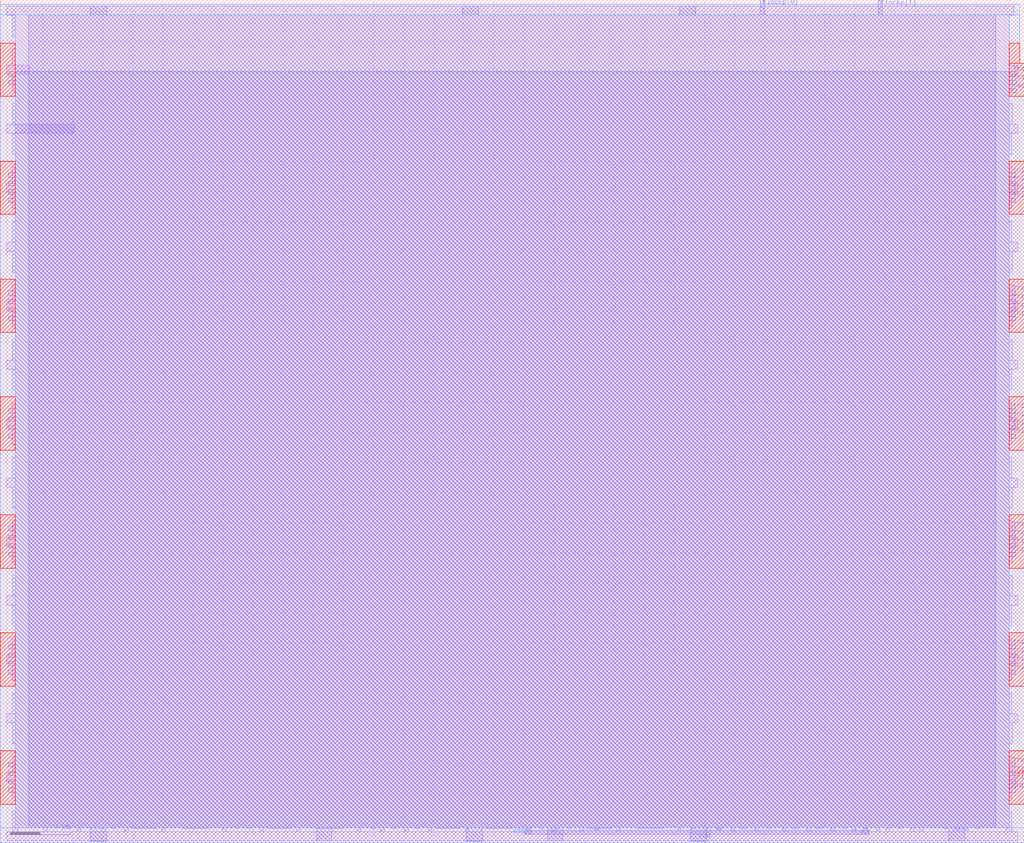
<source format=lef>
VERSION 5.7 ;
  NOWIREEXTENSIONATPIN ON ;
  DIVIDERCHAR "/" ;
  BUSBITCHARS "[]" ;
MACRO ring_osc2x13
  CLASS BLOCK ;
  FOREIGN ring_osc2x13 ;
  ORIGIN 6.810 -16.710 ;
  SIZE 68.060 BY 56.035 ;
  PIN vdd
    ANTENNADIFFAREA 382.877380 ;
    PORT
      LAYER Nwell ;
        RECT -6.810 71.745 60.970 72.450 ;
        RECT -6.810 69.870 -5.810 71.745 ;
        RECT 60.250 69.870 60.970 71.745 ;
        RECT -6.810 62.030 -5.810 66.330 ;
        RECT 60.250 62.030 61.250 66.330 ;
        RECT -6.810 54.190 -5.810 58.490 ;
        RECT 60.250 54.190 61.250 58.490 ;
        RECT -6.810 46.350 -5.810 50.650 ;
        RECT 60.250 46.350 61.250 50.650 ;
        RECT -6.810 38.510 -5.810 42.810 ;
        RECT 60.250 38.510 61.250 42.810 ;
        RECT -6.810 30.670 -5.810 34.970 ;
        RECT 60.250 30.670 61.250 34.970 ;
        RECT -6.810 22.830 -5.810 27.130 ;
        RECT 60.250 22.830 61.250 27.130 ;
        RECT -6.810 17.710 -5.810 19.290 ;
        RECT 60.250 17.710 61.250 19.290 ;
        RECT -6.810 16.710 61.250 17.710 ;
      LAYER Metal1 ;
        RECT -6.380 71.745 60.540 72.320 ;
        RECT -6.380 71.720 -5.810 71.745 ;
        RECT 60.250 71.720 60.540 71.745 ;
        RECT -6.005 70.335 -5.810 71.720 ;
        RECT -5.975 64.480 -5.810 65.865 ;
        RECT 60.250 64.480 60.445 65.865 ;
        RECT -6.380 63.880 -1.900 64.480 ;
        RECT 60.250 63.880 60.820 64.480 ;
        RECT -6.005 62.495 -5.810 63.880 ;
        RECT 60.250 62.495 60.415 63.880 ;
        RECT -6.005 56.640 -5.810 58.025 ;
        RECT -6.380 56.040 -5.810 56.640 ;
        RECT -5.975 54.655 -5.810 56.040 ;
        RECT 60.250 56.640 60.415 58.025 ;
        RECT 60.250 56.040 60.820 56.640 ;
        RECT 60.250 54.655 60.445 56.040 ;
        RECT -5.975 48.800 -5.810 50.185 ;
        RECT -6.380 48.200 -5.810 48.800 ;
        RECT -6.005 46.815 -5.810 48.200 ;
        RECT 60.250 48.800 60.445 50.185 ;
        RECT 60.250 48.200 60.820 48.800 ;
        RECT 60.250 46.815 60.415 48.200 ;
        RECT -6.005 40.960 -5.810 42.345 ;
        RECT -6.380 40.360 -5.810 40.960 ;
        RECT -5.975 38.975 -5.810 40.360 ;
        RECT 60.250 40.960 60.415 42.345 ;
        RECT 60.250 40.360 60.820 40.960 ;
        RECT 60.250 38.975 60.445 40.360 ;
        RECT -5.975 33.120 -5.810 34.505 ;
        RECT -6.380 32.520 -5.810 33.120 ;
        RECT -6.005 31.135 -5.810 32.520 ;
        RECT 60.250 33.120 60.445 34.505 ;
        RECT 60.250 32.520 60.820 33.120 ;
        RECT 60.250 31.135 60.415 32.520 ;
        RECT -6.005 25.280 -5.810 26.665 ;
        RECT -6.380 24.680 -5.810 25.280 ;
        RECT -5.975 23.295 -5.810 24.680 ;
        RECT 60.250 25.280 60.415 26.665 ;
        RECT 60.250 24.680 60.820 25.280 ;
        RECT 60.250 23.295 60.445 24.680 ;
        RECT -6.005 17.710 -5.810 18.825 ;
        RECT 60.250 17.710 60.415 18.825 ;
        RECT -6.005 17.440 -5.665 17.710 ;
        RECT -3.935 17.440 -3.705 17.710 ;
        RECT -1.695 17.440 -1.465 17.710 ;
        RECT 1.475 17.440 1.705 17.710 ;
        RECT 3.925 17.440 4.155 17.710 ;
        RECT 7.965 17.440 8.195 17.710 ;
        RECT 10.435 17.440 10.665 17.710 ;
        RECT 12.885 17.440 13.115 17.710 ;
        RECT 16.925 17.440 17.155 17.710 ;
        RECT 18.465 17.440 18.695 17.710 ;
        RECT 20.065 17.440 20.295 17.710 ;
        RECT 21.635 17.440 21.865 17.710 ;
        RECT 24.085 17.440 24.315 17.710 ;
        RECT 28.125 17.440 28.355 17.710 ;
        RECT 29.865 17.440 30.205 17.710 ;
        RECT 31.715 17.440 31.945 17.710 ;
        RECT 34.165 17.440 34.395 17.710 ;
        RECT 38.205 17.440 38.435 17.710 ;
        RECT 40.145 17.440 40.375 17.710 ;
        RECT 41.745 17.440 41.975 17.710 ;
        RECT 43.345 17.440 43.575 17.710 ;
        RECT 45.185 17.440 45.415 17.710 ;
        RECT 46.785 17.440 47.015 17.710 ;
        RECT 48.385 17.440 48.615 17.710 ;
        RECT 49.825 17.440 50.055 17.710 ;
        RECT 51.425 17.440 51.655 17.710 ;
        RECT 52.065 17.440 52.295 17.710 ;
        RECT 53.665 17.440 53.895 17.710 ;
        RECT 54.305 17.440 54.535 17.710 ;
        RECT 56.545 17.440 56.775 17.710 ;
        RECT 60.075 17.440 60.415 17.710 ;
        RECT -6.380 16.840 60.820 17.440 ;
      LAYER Metal2 ;
        RECT -0.835 71.745 0.250 72.330 ;
        RECT 23.895 71.745 24.960 72.330 ;
        RECT 38.370 71.745 39.430 72.335 ;
        RECT -0.790 17.440 0.200 17.710 ;
        RECT 24.190 17.440 25.180 17.710 ;
        RECT 39.095 17.440 40.085 17.710 ;
        RECT -0.835 16.840 0.250 17.440 ;
        RECT 24.165 16.840 25.250 17.440 ;
        RECT 39.060 16.840 40.145 17.440 ;
        RECT -0.790 16.830 0.200 16.840 ;
        RECT 24.210 16.830 25.200 16.840 ;
        RECT 39.105 16.830 40.095 16.840 ;
    END
  END vdd
  PIN vss
    ANTENNADIFFAREA 218.746887 ;
    PORT
      LAYER Pwell ;
        RECT -6.810 66.330 -5.810 69.870 ;
        RECT 60.250 68.530 60.970 69.870 ;
        RECT 60.250 66.330 61.250 68.530 ;
        RECT -6.810 58.490 -5.810 62.030 ;
        RECT 60.250 58.490 61.250 62.030 ;
        RECT -6.810 50.650 -5.810 54.190 ;
        RECT 60.250 50.650 61.250 54.190 ;
        RECT -6.810 42.810 -5.810 46.350 ;
        RECT 60.250 42.810 61.250 46.350 ;
        RECT -6.810 34.970 -5.810 38.510 ;
        RECT 60.250 34.970 61.250 38.510 ;
        RECT -6.810 27.130 -5.810 30.670 ;
        RECT 60.250 27.130 61.250 30.670 ;
        RECT -6.810 19.290 -5.810 22.830 ;
        RECT 60.250 19.290 61.250 22.830 ;
      LAYER Metal1 ;
        RECT -6.005 68.400 -5.810 69.480 ;
        RECT -6.380 67.800 -4.885 68.400 ;
        RECT 60.250 67.800 60.820 68.400 ;
        RECT -5.975 66.720 -5.810 67.800 ;
        RECT 60.250 66.720 60.445 67.800 ;
        RECT -6.005 60.560 -5.810 61.640 ;
        RECT -6.380 59.960 -5.810 60.560 ;
        RECT -6.005 58.880 -5.810 59.960 ;
        RECT 60.250 60.560 60.415 61.640 ;
        RECT 60.250 59.960 60.820 60.560 ;
        RECT 60.250 58.880 60.415 59.960 ;
        RECT -5.975 52.720 -5.810 53.800 ;
        RECT -6.380 52.120 -5.810 52.720 ;
        RECT -5.975 51.040 -5.810 52.120 ;
        RECT 60.250 52.720 60.445 53.800 ;
        RECT 60.250 52.120 60.820 52.720 ;
        RECT 60.250 51.040 60.445 52.120 ;
        RECT -6.005 44.880 -5.810 45.960 ;
        RECT -6.380 44.280 -5.810 44.880 ;
        RECT -6.005 43.200 -5.810 44.280 ;
        RECT 60.250 44.880 60.415 45.960 ;
        RECT 60.250 44.280 60.820 44.880 ;
        RECT 60.250 43.200 60.415 44.280 ;
        RECT -5.975 37.040 -5.810 38.120 ;
        RECT -6.380 36.440 -5.810 37.040 ;
        RECT -5.975 35.360 -5.810 36.440 ;
        RECT 60.250 37.040 60.445 38.120 ;
        RECT 60.250 36.440 60.820 37.040 ;
        RECT 60.250 35.360 60.445 36.440 ;
        RECT -6.005 29.200 -5.810 30.280 ;
        RECT -6.380 28.600 -5.810 29.200 ;
        RECT -6.005 27.520 -5.810 28.600 ;
        RECT 60.250 29.200 60.415 30.280 ;
        RECT 60.250 28.600 60.820 29.200 ;
        RECT 60.250 27.520 60.415 28.600 ;
        RECT -5.975 21.360 -5.810 22.440 ;
        RECT -6.380 20.760 -5.810 21.360 ;
        RECT -6.005 19.680 -5.810 20.760 ;
        RECT 60.250 21.360 60.445 22.440 ;
        RECT 60.250 20.760 60.820 21.360 ;
        RECT 60.250 19.680 60.415 20.760 ;
      LAYER Metal2 ;
        RECT 14.240 16.835 15.230 17.710 ;
        RECT 29.575 16.840 30.565 17.710 ;
        RECT 56.235 16.840 57.310 17.710 ;
    END
  END vss
  PIN reset
    ANTENNAGATEAREA 2.665600 ;
    ANTENNADIFFAREA 0.438500 ;
    PORT
      LAYER Metal3 ;
        RECT 60.250 66.560 60.725 66.840 ;
    END
  END reset
  PIN trim[0]
    ANTENNAGATEAREA 2.665600 ;
    ANTENNADIFFAREA 0.438500 ;
    PORT
      LAYER Metal3 ;
        RECT -6.235 60.400 -5.810 60.680 ;
        RECT 60.250 60.400 60.690 60.680 ;
    END
  END trim[0]
  PIN trim[1]
    ANTENNAGATEAREA 2.665600 ;
    ANTENNADIFFAREA 0.438500 ;
    PORT
      LAYER Metal3 ;
        RECT -6.250 52.560 -5.810 52.840 ;
        RECT 60.250 52.560 60.675 52.840 ;
    END
  END trim[1]
  PIN trim[2]
    ANTENNAGATEAREA 2.665600 ;
    ANTENNADIFFAREA 0.438500 ;
    PORT
      LAYER Metal3 ;
        RECT -6.235 44.720 -5.810 45.000 ;
        RECT 60.250 44.720 60.690 45.000 ;
    END
  END trim[2]
  PIN trim[3]
    ANTENNAGATEAREA 2.665600 ;
    ANTENNADIFFAREA 0.438500 ;
    PORT
      LAYER Metal3 ;
        RECT -6.250 36.880 -5.810 37.160 ;
        RECT 60.250 36.880 60.675 37.160 ;
    END
  END trim[3]
  PIN trim[4]
    ANTENNAGATEAREA 2.665600 ;
    ANTENNADIFFAREA 0.438500 ;
    PORT
      LAYER Metal3 ;
        RECT -6.235 29.040 -5.810 29.320 ;
        RECT 60.250 29.040 60.690 29.320 ;
    END
  END trim[4]
  PIN trim[7]
    ANTENNAGATEAREA 2.665600 ;
    ANTENNADIFFAREA 0.438500 ;
    PORT
      LAYER Metal3 ;
        RECT -6.235 28.480 -5.810 28.760 ;
        RECT 60.250 28.480 60.690 28.760 ;
    END
  END trim[7]
  PIN trim[8]
    ANTENNAGATEAREA 2.665600 ;
    ANTENNADIFFAREA 0.438500 ;
    PORT
      LAYER Metal3 ;
        RECT -6.250 36.320 -5.810 36.600 ;
        RECT 60.250 36.320 60.690 36.600 ;
    END
  END trim[8]
  PIN trim[9]
    ANTENNAGATEAREA 2.665600 ;
    ANTENNADIFFAREA 0.438500 ;
    PORT
      LAYER Metal3 ;
        RECT -6.235 44.160 -5.810 44.440 ;
        RECT 60.250 44.160 60.690 44.440 ;
    END
  END trim[9]
  PIN trim[10]
    ANTENNAGATEAREA 2.665600 ;
    ANTENNADIFFAREA 0.438500 ;
    PORT
      LAYER Metal3 ;
        RECT -6.250 52.000 -5.810 52.280 ;
        RECT 60.250 52.000 60.690 52.280 ;
    END
  END trim[10]
  PIN trim[11]
    ANTENNAGATEAREA 2.665600 ;
    ANTENNADIFFAREA 0.438500 ;
    PORT
      LAYER Metal3 ;
        RECT -6.235 59.840 -5.810 60.120 ;
        RECT 60.250 59.840 60.690 60.120 ;
    END
  END trim[11]
  PIN trim[12]
    ANTENNAGATEAREA 2.665600 ;
    ANTENNADIFFAREA 0.438500 ;
    PORT
      LAYER Metal3 ;
        RECT -6.250 67.680 -5.810 67.960 ;
        RECT 60.250 67.680 60.705 67.960 ;
    END
  END trim[12]
  PIN trim[5]
    ANTENNAGATEAREA 2.665600 ;
    ANTENNADIFFAREA 0.438500 ;
    PORT
      LAYER Metal3 ;
        RECT -6.250 21.200 -5.810 21.480 ;
        RECT 60.250 21.200 60.675 21.480 ;
    END
  END trim[5]
  PIN trim[6]
    ANTENNAGATEAREA 2.665600 ;
    ANTENNADIFFAREA 0.438500 ;
    PORT
      LAYER Metal3 ;
        RECT -6.235 20.640 -5.810 20.920 ;
        RECT 60.250 20.640 60.690 20.920 ;
    END
  END trim[6]
  PIN trim[25]
    ANTENNAGATEAREA 2.665600 ;
    ANTENNADIFFAREA 0.438500 ;
    PORT
      LAYER Metal3 ;
        RECT -6.250 67.120 -5.810 67.400 ;
        RECT 60.250 67.120 60.715 67.400 ;
    END
  END trim[25]
  PIN trim[13]
    ANTENNAGATEAREA 2.665600 ;
    ANTENNADIFFAREA 0.438500 ;
    PORT
      LAYER Metal3 ;
        RECT -6.235 60.960 -5.810 61.240 ;
        RECT 60.250 60.960 60.690 61.240 ;
    END
  END trim[13]
  PIN trim[14]
    ANTENNAGATEAREA 2.665600 ;
    ANTENNADIFFAREA 0.438500 ;
    PORT
      LAYER Metal3 ;
        RECT -6.250 53.120 -5.810 53.400 ;
        RECT 60.250 53.120 60.675 53.400 ;
    END
  END trim[14]
  PIN trim[15]
    ANTENNAGATEAREA 2.665600 ;
    ANTENNADIFFAREA 0.438500 ;
    PORT
      LAYER Metal3 ;
        RECT -6.235 45.280 -5.810 45.560 ;
        RECT 60.250 45.280 60.690 45.560 ;
    END
  END trim[15]
  PIN trim[16]
    ANTENNAGATEAREA 2.665600 ;
    ANTENNADIFFAREA 0.438500 ;
    PORT
      LAYER Metal3 ;
        RECT -6.250 37.440 -5.810 37.720 ;
        RECT 60.250 37.440 60.675 37.720 ;
    END
  END trim[16]
  PIN trim[17]
    ANTENNAGATEAREA 2.665600 ;
    ANTENNADIFFAREA 0.438500 ;
    PORT
      LAYER Metal3 ;
        RECT -6.235 29.600 -5.810 29.880 ;
        RECT 60.250 29.600 60.690 29.880 ;
    END
  END trim[17]
  PIN trim[18]
    ANTENNAGATEAREA 2.665600 ;
    ANTENNADIFFAREA 0.438500 ;
    PORT
      LAYER Metal3 ;
        RECT -6.250 21.760 -5.810 22.040 ;
        RECT 60.250 21.760 60.675 22.040 ;
    END
  END trim[18]
  PIN trim[19]
    ANTENNAGATEAREA 2.665600 ;
    ANTENNADIFFAREA 0.438500 ;
    PORT
      LAYER Metal3 ;
        RECT -6.235 20.080 -5.810 20.360 ;
        RECT 60.250 20.080 60.690 20.360 ;
    END
  END trim[19]
  PIN trim[20]
    ANTENNAGATEAREA 2.665600 ;
    ANTENNADIFFAREA 0.438500 ;
    PORT
      LAYER Metal3 ;
        RECT -6.235 27.920 -5.810 28.200 ;
        RECT 60.250 27.920 60.690 28.200 ;
    END
  END trim[20]
  PIN trim[21]
    ANTENNAGATEAREA 2.665600 ;
    ANTENNADIFFAREA 0.438500 ;
    PORT
      LAYER Metal3 ;
        RECT -6.250 35.760 -5.810 36.040 ;
        RECT 60.250 35.760 60.675 36.040 ;
    END
  END trim[21]
  PIN trim[22]
    ANTENNAGATEAREA 2.665600 ;
    ANTENNADIFFAREA 0.438500 ;
    PORT
      LAYER Metal3 ;
        RECT -6.235 43.600 -5.810 43.880 ;
        RECT 60.250 43.600 60.690 43.880 ;
    END
  END trim[22]
  PIN trim[23]
    ANTENNAGATEAREA 2.665600 ;
    ANTENNADIFFAREA 0.438500 ;
    PORT
      LAYER Metal3 ;
        RECT -6.250 51.440 -5.810 51.720 ;
        RECT 60.250 51.440 60.675 51.720 ;
    END
  END trim[23]
  PIN trim[24]
    ANTENNAGATEAREA 2.665600 ;
    ANTENNADIFFAREA 0.438500 ;
    PORT
      LAYER Metal3 ;
        RECT -6.235 59.280 -5.810 59.560 ;
        RECT 60.250 59.280 60.690 59.560 ;
    END
  END trim[24]
  PIN clockp[1]
    ANTENNADIFFAREA 3.712800 ;
    PORT
      LAYER Metal2 ;
        RECT 51.545 71.745 51.825 72.705 ;
    END
  END clockp[1]
  PIN clockp[0]
    ANTENNADIFFAREA 3.712800 ;
    PORT
      LAYER Metal2 ;
        RECT 43.700 71.745 43.980 72.745 ;
    END
  END clockp[0]
  OBS
      LAYER Nwell ;
        RECT -5.810 17.710 60.250 71.745 ;
      LAYER Metal1 ;
        RECT -5.810 17.710 60.250 71.745 ;
        RECT -2.370 17.670 -2.140 17.710 ;
        RECT -0.130 17.670 0.100 17.710 ;
        RECT 0.625 17.670 0.855 17.710 ;
        RECT 1.935 17.680 3.615 17.710 ;
        RECT 5.280 17.670 7.070 17.710 ;
        RECT 8.865 17.670 9.095 17.710 ;
        RECT 9.585 17.670 9.815 17.710 ;
        RECT 10.895 17.680 12.575 17.710 ;
        RECT 14.240 17.670 16.030 17.710 ;
        RECT 17.825 17.670 18.055 17.710 ;
        RECT 19.265 17.675 19.495 17.710 ;
        RECT 20.785 17.670 21.015 17.710 ;
        RECT 22.095 17.680 23.775 17.710 ;
        RECT 25.440 17.670 27.230 17.710 ;
        RECT 29.025 17.670 29.255 17.710 ;
        RECT 30.865 17.670 31.095 17.710 ;
        RECT 32.175 17.680 33.855 17.710 ;
        RECT 35.520 17.670 37.310 17.710 ;
        RECT 39.105 17.670 39.335 17.710 ;
        RECT 40.780 17.670 41.175 17.710 ;
        RECT 42.380 17.670 42.775 17.710 ;
        RECT 44.145 17.680 44.375 17.710 ;
        RECT 45.820 17.670 46.215 17.710 ;
        RECT 47.420 17.670 47.815 17.710 ;
        RECT 49.185 17.680 49.415 17.710 ;
        RECT 50.625 17.675 50.855 17.710 ;
        RECT 52.865 17.675 53.095 17.710 ;
        RECT 55.870 17.670 56.100 17.710 ;
        RECT 58.110 17.670 58.340 17.710 ;
      LAYER Metal2 ;
        RECT -4.925 17.710 59.365 71.745 ;
        RECT 28.155 17.560 28.435 17.710 ;
        RECT 32.700 17.585 32.980 17.710 ;
        RECT 40.820 17.580 41.100 17.710 ;
        RECT 50.540 17.560 50.820 17.710 ;
        RECT 28.065 17.280 28.510 17.560 ;
        RECT 50.450 17.280 50.900 17.560 ;
      LAYER Metal3 ;
        RECT -5.810 17.710 60.250 67.960 ;
        RECT 28.065 17.280 50.945 17.560 ;
  END
END ring_osc2x13
END LIBRARY


</source>
